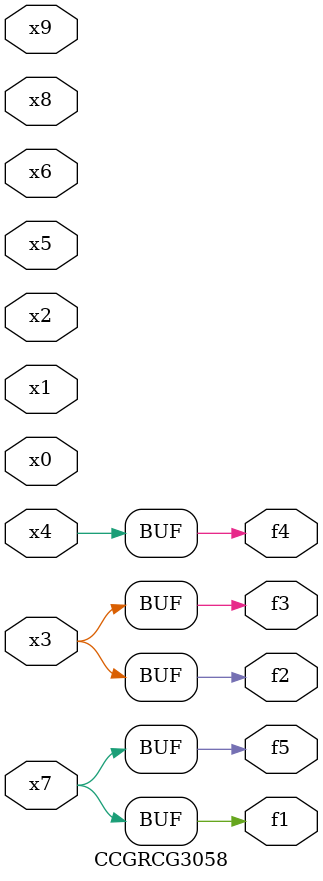
<source format=v>
module CCGRCG3058(
	input x0, x1, x2, x3, x4, x5, x6, x7, x8, x9,
	output f1, f2, f3, f4, f5
);
	assign f1 = x7;
	assign f2 = x3;
	assign f3 = x3;
	assign f4 = x4;
	assign f5 = x7;
endmodule

</source>
